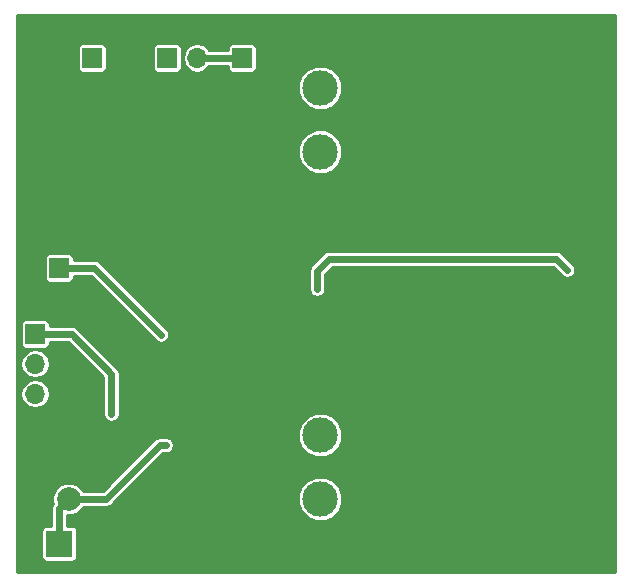
<source format=gbr>
G04 #@! TF.FileFunction,Copper,L2,Bot,Signal*
%FSLAX46Y46*%
G04 Gerber Fmt 4.6, Leading zero omitted, Abs format (unit mm)*
G04 Created by KiCad (PCBNEW 4.0.7) date 01/05/18 16:25:35*
%MOMM*%
%LPD*%
G01*
G04 APERTURE LIST*
%ADD10C,0.100000*%
%ADD11C,0.508000*%
%ADD12R,1.700000X1.700000*%
%ADD13O,1.700000X1.700000*%
%ADD14R,2.235200X2.235200*%
%ADD15C,2.000000*%
%ADD16C,3.000000*%
%ADD17C,0.381000*%
%ADD18C,0.609600*%
%ADD19C,0.254000*%
G04 APERTURE END LIST*
D10*
D11*
X72900000Y-86100000D03*
X72900000Y-81000000D03*
X95758000Y-77216000D03*
X94742000Y-78486000D03*
X96774000Y-78486000D03*
X96774000Y-75946000D03*
X94742000Y-75946000D03*
X94742000Y-67056000D03*
X93726000Y-67056000D03*
X96774000Y-73406000D03*
X95758000Y-73406000D03*
X94742000Y-73406000D03*
X94742000Y-72136000D03*
X94742000Y-70866000D03*
X94742000Y-69596000D03*
X93726000Y-73406000D03*
X93726000Y-72136000D03*
X93726000Y-70866000D03*
X93726000Y-69596000D03*
X94742000Y-68326000D03*
X93726000Y-68326000D03*
X113538000Y-91186000D03*
X110998000Y-91186000D03*
X108458000Y-91186000D03*
X105918000Y-91186000D03*
X103378000Y-91186000D03*
X100838000Y-91186000D03*
X98298000Y-91186000D03*
X95758000Y-91186000D03*
X93218000Y-91186000D03*
X90678000Y-91186000D03*
X88138000Y-91186000D03*
X85598000Y-91186000D03*
X83058000Y-91186000D03*
X80518000Y-91186000D03*
X77978000Y-91186000D03*
X75438000Y-91186000D03*
X72898000Y-91186000D03*
X70358000Y-91186000D03*
X67818000Y-91186000D03*
X65278000Y-91186000D03*
X113538000Y-88646000D03*
X110998000Y-88646000D03*
X108458000Y-88646000D03*
X105918000Y-88646000D03*
X103378000Y-88646000D03*
X100838000Y-88646000D03*
X98298000Y-88646000D03*
X95758000Y-88646000D03*
X93218000Y-88646000D03*
X90678000Y-88646000D03*
X88138000Y-88646000D03*
X85598000Y-88646000D03*
X83058000Y-88646000D03*
X80518000Y-88646000D03*
X77978000Y-88646000D03*
X75438000Y-88646000D03*
X72898000Y-88646000D03*
X70358000Y-88646000D03*
X65278000Y-88646000D03*
X113538000Y-86106000D03*
X110998000Y-86106000D03*
X108458000Y-86106000D03*
X105918000Y-86106000D03*
X103378000Y-86106000D03*
X100838000Y-86106000D03*
X98298000Y-86106000D03*
X95758000Y-86106000D03*
X93218000Y-86106000D03*
X85598000Y-86106000D03*
X83058000Y-86106000D03*
X80518000Y-86106000D03*
X77978000Y-86106000D03*
X75438000Y-86106000D03*
X65278000Y-86106000D03*
X113538000Y-83566000D03*
X110998000Y-83566000D03*
X108458000Y-83566000D03*
X105918000Y-83566000D03*
X103378000Y-83566000D03*
X100838000Y-83566000D03*
X98298000Y-83566000D03*
X95758000Y-83566000D03*
X93218000Y-83566000D03*
X88138000Y-83566000D03*
X85598000Y-83566000D03*
X83058000Y-83566000D03*
X80518000Y-83566000D03*
X77978000Y-83566000D03*
X75438000Y-83566000D03*
X72898000Y-83566000D03*
X70358000Y-83566000D03*
X67818000Y-83566000D03*
X65278000Y-83566000D03*
X113538000Y-81026000D03*
X110998000Y-81026000D03*
X108458000Y-81026000D03*
X105918000Y-81026000D03*
X103378000Y-81026000D03*
X98298000Y-81026000D03*
X95758000Y-81026000D03*
X93218000Y-81026000D03*
X88138000Y-81026000D03*
X85598000Y-81026000D03*
X83058000Y-81026000D03*
X80518000Y-81026000D03*
X70358000Y-81026000D03*
X67818000Y-81026000D03*
X65278000Y-81026000D03*
X88138000Y-67310000D03*
X77978000Y-67310000D03*
X75438000Y-67310000D03*
X70358000Y-67310000D03*
X65278000Y-67310000D03*
X88138000Y-64770000D03*
X85598000Y-64770000D03*
X83058000Y-64770000D03*
X80518000Y-64770000D03*
X77978000Y-64770000D03*
X75438000Y-64770000D03*
X72898000Y-64770000D03*
X70358000Y-64770000D03*
X65278000Y-64770000D03*
X93218000Y-62230000D03*
X90678000Y-62230000D03*
X88138000Y-62230000D03*
X85598000Y-62230000D03*
X83058000Y-62230000D03*
X80518000Y-62230000D03*
X77978000Y-62230000D03*
X75438000Y-62230000D03*
X72898000Y-62230000D03*
X70358000Y-62230000D03*
X67818000Y-62230000D03*
D12*
X68072000Y-66040000D03*
D13*
X68072000Y-63500000D03*
D12*
X83566000Y-48260000D03*
D13*
X86106000Y-48260000D03*
D12*
X66040000Y-71628000D03*
D13*
X66040000Y-74168000D03*
D12*
X77216000Y-48260000D03*
D13*
X79756000Y-48260000D03*
D12*
X70866000Y-48260000D03*
D13*
X73406000Y-48260000D03*
D12*
X66040000Y-79248000D03*
D13*
X66040000Y-76708000D03*
D11*
X65278000Y-62230000D03*
D14*
X68072000Y-89408000D03*
D15*
X68880000Y-73690000D03*
D16*
X90170000Y-85600000D03*
X90170000Y-50800000D03*
D15*
X68880000Y-85600000D03*
D16*
X90170000Y-80200000D03*
X90170000Y-56200000D03*
D17*
X77100000Y-81050000D03*
X111100000Y-66200000D03*
X89916000Y-67818000D03*
X72500000Y-78400000D03*
X76700000Y-71700000D03*
D18*
X77100000Y-81050000D02*
X76616946Y-81050000D01*
X76616946Y-81050000D02*
X72066946Y-85600000D01*
X72066946Y-85600000D02*
X70294213Y-85600000D01*
X70294213Y-85600000D02*
X68880000Y-85600000D01*
X68072000Y-89408000D02*
X68072000Y-86408000D01*
X68072000Y-86408000D02*
X68880000Y-85600000D01*
X68834000Y-85646000D02*
X68880000Y-85600000D01*
X90932000Y-65278000D02*
X110178000Y-65278000D01*
X110178000Y-65278000D02*
X111100000Y-66200000D01*
X89916000Y-66294000D02*
X89916000Y-67818000D01*
X90932000Y-65278000D02*
X89916000Y-66294000D01*
X66040000Y-71628000D02*
X69125026Y-71628000D01*
X69125026Y-71628000D02*
X72500000Y-75002974D01*
X72500000Y-75002974D02*
X72500000Y-78400000D01*
X68072000Y-66040000D02*
X71040000Y-66040000D01*
X71040000Y-66040000D02*
X76700000Y-71700000D01*
X79756000Y-48260000D02*
X83566000Y-48260000D01*
X83566000Y-48260000D02*
X83312000Y-48514000D01*
D19*
G36*
X115114000Y-91746000D02*
X64464000Y-91746000D01*
X64464000Y-88290400D01*
X66565936Y-88290400D01*
X66565936Y-90525600D01*
X66592503Y-90666790D01*
X66675946Y-90796465D01*
X66803266Y-90883459D01*
X66954400Y-90914064D01*
X69189600Y-90914064D01*
X69330790Y-90887497D01*
X69460465Y-90804054D01*
X69547459Y-90676734D01*
X69578064Y-90525600D01*
X69578064Y-88290400D01*
X69551497Y-88149210D01*
X69468054Y-88019535D01*
X69340734Y-87932541D01*
X69189600Y-87901936D01*
X68757800Y-87901936D01*
X68757800Y-86980893D01*
X69153493Y-86981239D01*
X69661251Y-86771437D01*
X70050072Y-86383295D01*
X70090555Y-86285800D01*
X72066946Y-86285800D01*
X72329391Y-86233597D01*
X72551880Y-86084934D01*
X72664301Y-85972513D01*
X88288674Y-85972513D01*
X88574436Y-86664109D01*
X89103108Y-87193704D01*
X89794204Y-87480673D01*
X90542513Y-87481326D01*
X91234109Y-87195564D01*
X91763704Y-86666892D01*
X92050673Y-85975796D01*
X92051326Y-85227487D01*
X91765564Y-84535891D01*
X91236892Y-84006296D01*
X90545796Y-83719327D01*
X89797487Y-83718674D01*
X89105891Y-84004436D01*
X88576296Y-84533108D01*
X88289327Y-85224204D01*
X88288674Y-85972513D01*
X72664301Y-85972513D01*
X76901014Y-81735800D01*
X77100000Y-81735800D01*
X77362444Y-81683597D01*
X77584934Y-81534934D01*
X77733597Y-81312444D01*
X77785800Y-81050000D01*
X77733597Y-80787556D01*
X77589910Y-80572513D01*
X88288674Y-80572513D01*
X88574436Y-81264109D01*
X89103108Y-81793704D01*
X89794204Y-82080673D01*
X90542513Y-82081326D01*
X91234109Y-81795564D01*
X91763704Y-81266892D01*
X92050673Y-80575796D01*
X92051326Y-79827487D01*
X91765564Y-79135891D01*
X91236892Y-78606296D01*
X90545796Y-78319327D01*
X89797487Y-78318674D01*
X89105891Y-78604436D01*
X88576296Y-79133108D01*
X88289327Y-79824204D01*
X88288674Y-80572513D01*
X77589910Y-80572513D01*
X77584934Y-80565066D01*
X77362444Y-80416403D01*
X77100000Y-80364200D01*
X76616946Y-80364200D01*
X76354501Y-80416403D01*
X76132012Y-80565066D01*
X71782878Y-84914200D01*
X70090877Y-84914200D01*
X70051437Y-84818749D01*
X69663295Y-84429928D01*
X69155903Y-84219241D01*
X68606507Y-84218761D01*
X68098749Y-84428563D01*
X67709928Y-84816705D01*
X67499241Y-85324097D01*
X67498761Y-85873493D01*
X67545159Y-85985784D01*
X67438403Y-86145555D01*
X67438403Y-86145556D01*
X67386200Y-86408000D01*
X67386200Y-87901936D01*
X66954400Y-87901936D01*
X66813210Y-87928503D01*
X66683535Y-88011946D01*
X66596541Y-88139266D01*
X66565936Y-88290400D01*
X64464000Y-88290400D01*
X64464000Y-76708000D01*
X64784883Y-76708000D01*
X64878587Y-77179083D01*
X65145435Y-77578448D01*
X65544800Y-77845296D01*
X66015883Y-77939000D01*
X66064117Y-77939000D01*
X66535200Y-77845296D01*
X66934565Y-77578448D01*
X67201413Y-77179083D01*
X67295117Y-76708000D01*
X67201413Y-76236917D01*
X66934565Y-75837552D01*
X66535200Y-75570704D01*
X66064117Y-75477000D01*
X66015883Y-75477000D01*
X65544800Y-75570704D01*
X65145435Y-75837552D01*
X64878587Y-76236917D01*
X64784883Y-76708000D01*
X64464000Y-76708000D01*
X64464000Y-74168000D01*
X64784883Y-74168000D01*
X64878587Y-74639083D01*
X65145435Y-75038448D01*
X65544800Y-75305296D01*
X66015883Y-75399000D01*
X66064117Y-75399000D01*
X66535200Y-75305296D01*
X66934565Y-75038448D01*
X67201413Y-74639083D01*
X67295117Y-74168000D01*
X67201413Y-73696917D01*
X66934565Y-73297552D01*
X66535200Y-73030704D01*
X66064117Y-72937000D01*
X66015883Y-72937000D01*
X65544800Y-73030704D01*
X65145435Y-73297552D01*
X64878587Y-73696917D01*
X64784883Y-74168000D01*
X64464000Y-74168000D01*
X64464000Y-70778000D01*
X64801536Y-70778000D01*
X64801536Y-72478000D01*
X64828103Y-72619190D01*
X64911546Y-72748865D01*
X65038866Y-72835859D01*
X65190000Y-72866464D01*
X66890000Y-72866464D01*
X67031190Y-72839897D01*
X67160865Y-72756454D01*
X67247859Y-72629134D01*
X67278464Y-72478000D01*
X67278464Y-72313800D01*
X68840958Y-72313800D01*
X71814200Y-75287042D01*
X71814200Y-78400000D01*
X71866403Y-78662444D01*
X72015066Y-78884934D01*
X72237556Y-79033597D01*
X72500000Y-79085800D01*
X72762444Y-79033597D01*
X72984934Y-78884934D01*
X73133597Y-78662444D01*
X73185800Y-78400000D01*
X73185800Y-75002974D01*
X73133597Y-74740530D01*
X73133597Y-74740529D01*
X72984934Y-74518040D01*
X69609960Y-71143066D01*
X69387471Y-70994403D01*
X69125026Y-70942200D01*
X67278464Y-70942200D01*
X67278464Y-70778000D01*
X67251897Y-70636810D01*
X67168454Y-70507135D01*
X67041134Y-70420141D01*
X66890000Y-70389536D01*
X65190000Y-70389536D01*
X65048810Y-70416103D01*
X64919135Y-70499546D01*
X64832141Y-70626866D01*
X64801536Y-70778000D01*
X64464000Y-70778000D01*
X64464000Y-65190000D01*
X66833536Y-65190000D01*
X66833536Y-66890000D01*
X66860103Y-67031190D01*
X66943546Y-67160865D01*
X67070866Y-67247859D01*
X67222000Y-67278464D01*
X68922000Y-67278464D01*
X69063190Y-67251897D01*
X69192865Y-67168454D01*
X69279859Y-67041134D01*
X69310464Y-66890000D01*
X69310464Y-66725800D01*
X70755932Y-66725800D01*
X76215066Y-72184934D01*
X76437555Y-72333597D01*
X76700000Y-72385800D01*
X76962445Y-72333597D01*
X77184934Y-72184934D01*
X77333597Y-71962445D01*
X77385800Y-71700000D01*
X77333597Y-71437555D01*
X77184934Y-71215066D01*
X72263868Y-66294000D01*
X89230200Y-66294000D01*
X89230200Y-67818000D01*
X89282403Y-68080444D01*
X89431066Y-68302934D01*
X89653556Y-68451597D01*
X89916000Y-68503800D01*
X90178444Y-68451597D01*
X90400934Y-68302934D01*
X90549597Y-68080444D01*
X90601800Y-67818000D01*
X90601800Y-66578068D01*
X91216068Y-65963800D01*
X109893932Y-65963800D01*
X110615066Y-66684934D01*
X110837555Y-66833597D01*
X111100000Y-66885800D01*
X111362445Y-66833597D01*
X111584934Y-66684934D01*
X111733597Y-66462445D01*
X111785800Y-66200000D01*
X111733597Y-65937555D01*
X111584934Y-65715066D01*
X110662934Y-64793066D01*
X110440445Y-64644403D01*
X110178000Y-64592200D01*
X90932000Y-64592200D01*
X90669555Y-64644403D01*
X90447066Y-64793066D01*
X89431066Y-65809066D01*
X89282403Y-66031555D01*
X89282403Y-66031556D01*
X89230200Y-66294000D01*
X72263868Y-66294000D01*
X71524934Y-65555066D01*
X71302445Y-65406403D01*
X71040000Y-65354200D01*
X69310464Y-65354200D01*
X69310464Y-65190000D01*
X69283897Y-65048810D01*
X69200454Y-64919135D01*
X69073134Y-64832141D01*
X68922000Y-64801536D01*
X67222000Y-64801536D01*
X67080810Y-64828103D01*
X66951135Y-64911546D01*
X66864141Y-65038866D01*
X66833536Y-65190000D01*
X64464000Y-65190000D01*
X64464000Y-56572513D01*
X88288674Y-56572513D01*
X88574436Y-57264109D01*
X89103108Y-57793704D01*
X89794204Y-58080673D01*
X90542513Y-58081326D01*
X91234109Y-57795564D01*
X91763704Y-57266892D01*
X92050673Y-56575796D01*
X92051326Y-55827487D01*
X91765564Y-55135891D01*
X91236892Y-54606296D01*
X90545796Y-54319327D01*
X89797487Y-54318674D01*
X89105891Y-54604436D01*
X88576296Y-55133108D01*
X88289327Y-55824204D01*
X88288674Y-56572513D01*
X64464000Y-56572513D01*
X64464000Y-51172513D01*
X88288674Y-51172513D01*
X88574436Y-51864109D01*
X89103108Y-52393704D01*
X89794204Y-52680673D01*
X90542513Y-52681326D01*
X91234109Y-52395564D01*
X91763704Y-51866892D01*
X92050673Y-51175796D01*
X92051326Y-50427487D01*
X91765564Y-49735891D01*
X91236892Y-49206296D01*
X90545796Y-48919327D01*
X89797487Y-48918674D01*
X89105891Y-49204436D01*
X88576296Y-49733108D01*
X88289327Y-50424204D01*
X88288674Y-51172513D01*
X64464000Y-51172513D01*
X64464000Y-47410000D01*
X69627536Y-47410000D01*
X69627536Y-49110000D01*
X69654103Y-49251190D01*
X69737546Y-49380865D01*
X69864866Y-49467859D01*
X70016000Y-49498464D01*
X71716000Y-49498464D01*
X71857190Y-49471897D01*
X71986865Y-49388454D01*
X72073859Y-49261134D01*
X72104464Y-49110000D01*
X72104464Y-47410000D01*
X75977536Y-47410000D01*
X75977536Y-49110000D01*
X76004103Y-49251190D01*
X76087546Y-49380865D01*
X76214866Y-49467859D01*
X76366000Y-49498464D01*
X78066000Y-49498464D01*
X78207190Y-49471897D01*
X78336865Y-49388454D01*
X78423859Y-49261134D01*
X78454464Y-49110000D01*
X78454464Y-48235883D01*
X78525000Y-48235883D01*
X78525000Y-48284117D01*
X78618704Y-48755200D01*
X78885552Y-49154565D01*
X79284917Y-49421413D01*
X79756000Y-49515117D01*
X80227083Y-49421413D01*
X80626448Y-49154565D01*
X80765941Y-48945800D01*
X82327536Y-48945800D01*
X82327536Y-49110000D01*
X82354103Y-49251190D01*
X82437546Y-49380865D01*
X82564866Y-49467859D01*
X82716000Y-49498464D01*
X84416000Y-49498464D01*
X84557190Y-49471897D01*
X84686865Y-49388454D01*
X84773859Y-49261134D01*
X84804464Y-49110000D01*
X84804464Y-47410000D01*
X84777897Y-47268810D01*
X84694454Y-47139135D01*
X84567134Y-47052141D01*
X84416000Y-47021536D01*
X82716000Y-47021536D01*
X82574810Y-47048103D01*
X82445135Y-47131546D01*
X82358141Y-47258866D01*
X82327536Y-47410000D01*
X82327536Y-47574200D01*
X80765941Y-47574200D01*
X80626448Y-47365435D01*
X80227083Y-47098587D01*
X79756000Y-47004883D01*
X79284917Y-47098587D01*
X78885552Y-47365435D01*
X78618704Y-47764800D01*
X78525000Y-48235883D01*
X78454464Y-48235883D01*
X78454464Y-47410000D01*
X78427897Y-47268810D01*
X78344454Y-47139135D01*
X78217134Y-47052141D01*
X78066000Y-47021536D01*
X76366000Y-47021536D01*
X76224810Y-47048103D01*
X76095135Y-47131546D01*
X76008141Y-47258866D01*
X75977536Y-47410000D01*
X72104464Y-47410000D01*
X72077897Y-47268810D01*
X71994454Y-47139135D01*
X71867134Y-47052141D01*
X71716000Y-47021536D01*
X70016000Y-47021536D01*
X69874810Y-47048103D01*
X69745135Y-47131546D01*
X69658141Y-47258866D01*
X69627536Y-47410000D01*
X64464000Y-47410000D01*
X64464000Y-44652000D01*
X115114000Y-44652000D01*
X115114000Y-91746000D01*
X115114000Y-91746000D01*
G37*
X115114000Y-91746000D02*
X64464000Y-91746000D01*
X64464000Y-88290400D01*
X66565936Y-88290400D01*
X66565936Y-90525600D01*
X66592503Y-90666790D01*
X66675946Y-90796465D01*
X66803266Y-90883459D01*
X66954400Y-90914064D01*
X69189600Y-90914064D01*
X69330790Y-90887497D01*
X69460465Y-90804054D01*
X69547459Y-90676734D01*
X69578064Y-90525600D01*
X69578064Y-88290400D01*
X69551497Y-88149210D01*
X69468054Y-88019535D01*
X69340734Y-87932541D01*
X69189600Y-87901936D01*
X68757800Y-87901936D01*
X68757800Y-86980893D01*
X69153493Y-86981239D01*
X69661251Y-86771437D01*
X70050072Y-86383295D01*
X70090555Y-86285800D01*
X72066946Y-86285800D01*
X72329391Y-86233597D01*
X72551880Y-86084934D01*
X72664301Y-85972513D01*
X88288674Y-85972513D01*
X88574436Y-86664109D01*
X89103108Y-87193704D01*
X89794204Y-87480673D01*
X90542513Y-87481326D01*
X91234109Y-87195564D01*
X91763704Y-86666892D01*
X92050673Y-85975796D01*
X92051326Y-85227487D01*
X91765564Y-84535891D01*
X91236892Y-84006296D01*
X90545796Y-83719327D01*
X89797487Y-83718674D01*
X89105891Y-84004436D01*
X88576296Y-84533108D01*
X88289327Y-85224204D01*
X88288674Y-85972513D01*
X72664301Y-85972513D01*
X76901014Y-81735800D01*
X77100000Y-81735800D01*
X77362444Y-81683597D01*
X77584934Y-81534934D01*
X77733597Y-81312444D01*
X77785800Y-81050000D01*
X77733597Y-80787556D01*
X77589910Y-80572513D01*
X88288674Y-80572513D01*
X88574436Y-81264109D01*
X89103108Y-81793704D01*
X89794204Y-82080673D01*
X90542513Y-82081326D01*
X91234109Y-81795564D01*
X91763704Y-81266892D01*
X92050673Y-80575796D01*
X92051326Y-79827487D01*
X91765564Y-79135891D01*
X91236892Y-78606296D01*
X90545796Y-78319327D01*
X89797487Y-78318674D01*
X89105891Y-78604436D01*
X88576296Y-79133108D01*
X88289327Y-79824204D01*
X88288674Y-80572513D01*
X77589910Y-80572513D01*
X77584934Y-80565066D01*
X77362444Y-80416403D01*
X77100000Y-80364200D01*
X76616946Y-80364200D01*
X76354501Y-80416403D01*
X76132012Y-80565066D01*
X71782878Y-84914200D01*
X70090877Y-84914200D01*
X70051437Y-84818749D01*
X69663295Y-84429928D01*
X69155903Y-84219241D01*
X68606507Y-84218761D01*
X68098749Y-84428563D01*
X67709928Y-84816705D01*
X67499241Y-85324097D01*
X67498761Y-85873493D01*
X67545159Y-85985784D01*
X67438403Y-86145555D01*
X67438403Y-86145556D01*
X67386200Y-86408000D01*
X67386200Y-87901936D01*
X66954400Y-87901936D01*
X66813210Y-87928503D01*
X66683535Y-88011946D01*
X66596541Y-88139266D01*
X66565936Y-88290400D01*
X64464000Y-88290400D01*
X64464000Y-76708000D01*
X64784883Y-76708000D01*
X64878587Y-77179083D01*
X65145435Y-77578448D01*
X65544800Y-77845296D01*
X66015883Y-77939000D01*
X66064117Y-77939000D01*
X66535200Y-77845296D01*
X66934565Y-77578448D01*
X67201413Y-77179083D01*
X67295117Y-76708000D01*
X67201413Y-76236917D01*
X66934565Y-75837552D01*
X66535200Y-75570704D01*
X66064117Y-75477000D01*
X66015883Y-75477000D01*
X65544800Y-75570704D01*
X65145435Y-75837552D01*
X64878587Y-76236917D01*
X64784883Y-76708000D01*
X64464000Y-76708000D01*
X64464000Y-74168000D01*
X64784883Y-74168000D01*
X64878587Y-74639083D01*
X65145435Y-75038448D01*
X65544800Y-75305296D01*
X66015883Y-75399000D01*
X66064117Y-75399000D01*
X66535200Y-75305296D01*
X66934565Y-75038448D01*
X67201413Y-74639083D01*
X67295117Y-74168000D01*
X67201413Y-73696917D01*
X66934565Y-73297552D01*
X66535200Y-73030704D01*
X66064117Y-72937000D01*
X66015883Y-72937000D01*
X65544800Y-73030704D01*
X65145435Y-73297552D01*
X64878587Y-73696917D01*
X64784883Y-74168000D01*
X64464000Y-74168000D01*
X64464000Y-70778000D01*
X64801536Y-70778000D01*
X64801536Y-72478000D01*
X64828103Y-72619190D01*
X64911546Y-72748865D01*
X65038866Y-72835859D01*
X65190000Y-72866464D01*
X66890000Y-72866464D01*
X67031190Y-72839897D01*
X67160865Y-72756454D01*
X67247859Y-72629134D01*
X67278464Y-72478000D01*
X67278464Y-72313800D01*
X68840958Y-72313800D01*
X71814200Y-75287042D01*
X71814200Y-78400000D01*
X71866403Y-78662444D01*
X72015066Y-78884934D01*
X72237556Y-79033597D01*
X72500000Y-79085800D01*
X72762444Y-79033597D01*
X72984934Y-78884934D01*
X73133597Y-78662444D01*
X73185800Y-78400000D01*
X73185800Y-75002974D01*
X73133597Y-74740530D01*
X73133597Y-74740529D01*
X72984934Y-74518040D01*
X69609960Y-71143066D01*
X69387471Y-70994403D01*
X69125026Y-70942200D01*
X67278464Y-70942200D01*
X67278464Y-70778000D01*
X67251897Y-70636810D01*
X67168454Y-70507135D01*
X67041134Y-70420141D01*
X66890000Y-70389536D01*
X65190000Y-70389536D01*
X65048810Y-70416103D01*
X64919135Y-70499546D01*
X64832141Y-70626866D01*
X64801536Y-70778000D01*
X64464000Y-70778000D01*
X64464000Y-65190000D01*
X66833536Y-65190000D01*
X66833536Y-66890000D01*
X66860103Y-67031190D01*
X66943546Y-67160865D01*
X67070866Y-67247859D01*
X67222000Y-67278464D01*
X68922000Y-67278464D01*
X69063190Y-67251897D01*
X69192865Y-67168454D01*
X69279859Y-67041134D01*
X69310464Y-66890000D01*
X69310464Y-66725800D01*
X70755932Y-66725800D01*
X76215066Y-72184934D01*
X76437555Y-72333597D01*
X76700000Y-72385800D01*
X76962445Y-72333597D01*
X77184934Y-72184934D01*
X77333597Y-71962445D01*
X77385800Y-71700000D01*
X77333597Y-71437555D01*
X77184934Y-71215066D01*
X72263868Y-66294000D01*
X89230200Y-66294000D01*
X89230200Y-67818000D01*
X89282403Y-68080444D01*
X89431066Y-68302934D01*
X89653556Y-68451597D01*
X89916000Y-68503800D01*
X90178444Y-68451597D01*
X90400934Y-68302934D01*
X90549597Y-68080444D01*
X90601800Y-67818000D01*
X90601800Y-66578068D01*
X91216068Y-65963800D01*
X109893932Y-65963800D01*
X110615066Y-66684934D01*
X110837555Y-66833597D01*
X111100000Y-66885800D01*
X111362445Y-66833597D01*
X111584934Y-66684934D01*
X111733597Y-66462445D01*
X111785800Y-66200000D01*
X111733597Y-65937555D01*
X111584934Y-65715066D01*
X110662934Y-64793066D01*
X110440445Y-64644403D01*
X110178000Y-64592200D01*
X90932000Y-64592200D01*
X90669555Y-64644403D01*
X90447066Y-64793066D01*
X89431066Y-65809066D01*
X89282403Y-66031555D01*
X89282403Y-66031556D01*
X89230200Y-66294000D01*
X72263868Y-66294000D01*
X71524934Y-65555066D01*
X71302445Y-65406403D01*
X71040000Y-65354200D01*
X69310464Y-65354200D01*
X69310464Y-65190000D01*
X69283897Y-65048810D01*
X69200454Y-64919135D01*
X69073134Y-64832141D01*
X68922000Y-64801536D01*
X67222000Y-64801536D01*
X67080810Y-64828103D01*
X66951135Y-64911546D01*
X66864141Y-65038866D01*
X66833536Y-65190000D01*
X64464000Y-65190000D01*
X64464000Y-56572513D01*
X88288674Y-56572513D01*
X88574436Y-57264109D01*
X89103108Y-57793704D01*
X89794204Y-58080673D01*
X90542513Y-58081326D01*
X91234109Y-57795564D01*
X91763704Y-57266892D01*
X92050673Y-56575796D01*
X92051326Y-55827487D01*
X91765564Y-55135891D01*
X91236892Y-54606296D01*
X90545796Y-54319327D01*
X89797487Y-54318674D01*
X89105891Y-54604436D01*
X88576296Y-55133108D01*
X88289327Y-55824204D01*
X88288674Y-56572513D01*
X64464000Y-56572513D01*
X64464000Y-51172513D01*
X88288674Y-51172513D01*
X88574436Y-51864109D01*
X89103108Y-52393704D01*
X89794204Y-52680673D01*
X90542513Y-52681326D01*
X91234109Y-52395564D01*
X91763704Y-51866892D01*
X92050673Y-51175796D01*
X92051326Y-50427487D01*
X91765564Y-49735891D01*
X91236892Y-49206296D01*
X90545796Y-48919327D01*
X89797487Y-48918674D01*
X89105891Y-49204436D01*
X88576296Y-49733108D01*
X88289327Y-50424204D01*
X88288674Y-51172513D01*
X64464000Y-51172513D01*
X64464000Y-47410000D01*
X69627536Y-47410000D01*
X69627536Y-49110000D01*
X69654103Y-49251190D01*
X69737546Y-49380865D01*
X69864866Y-49467859D01*
X70016000Y-49498464D01*
X71716000Y-49498464D01*
X71857190Y-49471897D01*
X71986865Y-49388454D01*
X72073859Y-49261134D01*
X72104464Y-49110000D01*
X72104464Y-47410000D01*
X75977536Y-47410000D01*
X75977536Y-49110000D01*
X76004103Y-49251190D01*
X76087546Y-49380865D01*
X76214866Y-49467859D01*
X76366000Y-49498464D01*
X78066000Y-49498464D01*
X78207190Y-49471897D01*
X78336865Y-49388454D01*
X78423859Y-49261134D01*
X78454464Y-49110000D01*
X78454464Y-48235883D01*
X78525000Y-48235883D01*
X78525000Y-48284117D01*
X78618704Y-48755200D01*
X78885552Y-49154565D01*
X79284917Y-49421413D01*
X79756000Y-49515117D01*
X80227083Y-49421413D01*
X80626448Y-49154565D01*
X80765941Y-48945800D01*
X82327536Y-48945800D01*
X82327536Y-49110000D01*
X82354103Y-49251190D01*
X82437546Y-49380865D01*
X82564866Y-49467859D01*
X82716000Y-49498464D01*
X84416000Y-49498464D01*
X84557190Y-49471897D01*
X84686865Y-49388454D01*
X84773859Y-49261134D01*
X84804464Y-49110000D01*
X84804464Y-47410000D01*
X84777897Y-47268810D01*
X84694454Y-47139135D01*
X84567134Y-47052141D01*
X84416000Y-47021536D01*
X82716000Y-47021536D01*
X82574810Y-47048103D01*
X82445135Y-47131546D01*
X82358141Y-47258866D01*
X82327536Y-47410000D01*
X82327536Y-47574200D01*
X80765941Y-47574200D01*
X80626448Y-47365435D01*
X80227083Y-47098587D01*
X79756000Y-47004883D01*
X79284917Y-47098587D01*
X78885552Y-47365435D01*
X78618704Y-47764800D01*
X78525000Y-48235883D01*
X78454464Y-48235883D01*
X78454464Y-47410000D01*
X78427897Y-47268810D01*
X78344454Y-47139135D01*
X78217134Y-47052141D01*
X78066000Y-47021536D01*
X76366000Y-47021536D01*
X76224810Y-47048103D01*
X76095135Y-47131546D01*
X76008141Y-47258866D01*
X75977536Y-47410000D01*
X72104464Y-47410000D01*
X72077897Y-47268810D01*
X71994454Y-47139135D01*
X71867134Y-47052141D01*
X71716000Y-47021536D01*
X70016000Y-47021536D01*
X69874810Y-47048103D01*
X69745135Y-47131546D01*
X69658141Y-47258866D01*
X69627536Y-47410000D01*
X64464000Y-47410000D01*
X64464000Y-44652000D01*
X115114000Y-44652000D01*
X115114000Y-91746000D01*
M02*

</source>
